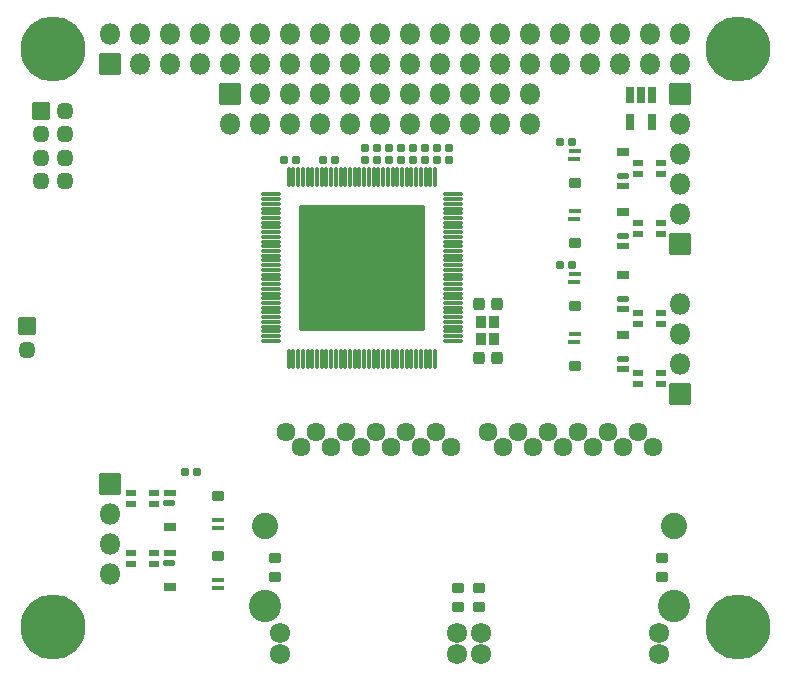
<source format=gbs>
%TF.GenerationSoftware,KiCad,Pcbnew,7.0.1-0*%
%TF.CreationDate,2023-07-11T12:02:19-05:00*%
%TF.ProjectId,little_switch,6c697474-6c65-45f7-9377-697463682e6b,2*%
%TF.SameCoordinates,PX4221330PY3d0af40*%
%TF.FileFunction,Soldermask,Bot*%
%TF.FilePolarity,Negative*%
%FSLAX46Y46*%
G04 Gerber Fmt 4.6, Leading zero omitted, Abs format (unit mm)*
G04 Created by KiCad (PCBNEW 7.0.1-0) date 2023-07-11 12:02:19*
%MOMM*%
%LPD*%
G01*
G04 APERTURE LIST*
G04 Aperture macros list*
%AMRoundRect*
0 Rectangle with rounded corners*
0 $1 Rounding radius*
0 $2 $3 $4 $5 $6 $7 $8 $9 X,Y pos of 4 corners*
0 Add a 4 corners polygon primitive as box body*
4,1,4,$2,$3,$4,$5,$6,$7,$8,$9,$2,$3,0*
0 Add four circle primitives for the rounded corners*
1,1,$1+$1,$2,$3*
1,1,$1+$1,$4,$5*
1,1,$1+$1,$6,$7*
1,1,$1+$1,$8,$9*
0 Add four rect primitives between the rounded corners*
20,1,$1+$1,$2,$3,$4,$5,0*
20,1,$1+$1,$4,$5,$6,$7,0*
20,1,$1+$1,$6,$7,$8,$9,0*
20,1,$1+$1,$8,$9,$2,$3,0*%
G04 Aperture macros list end*
%ADD10RoundRect,0.050000X0.850000X0.850000X-0.850000X0.850000X-0.850000X-0.850000X0.850000X-0.850000X0*%
%ADD11O,1.800000X1.800000*%
%ADD12RoundRect,0.050000X-0.675000X-0.675000X0.675000X-0.675000X0.675000X0.675000X-0.675000X0.675000X0*%
%ADD13O,1.450000X1.450000*%
%ADD14RoundRect,0.050000X0.850000X-0.850000X0.850000X0.850000X-0.850000X0.850000X-0.850000X-0.850000X0*%
%ADD15RoundRect,0.050000X-0.850000X-0.850000X0.850000X-0.850000X0.850000X0.850000X-0.850000X0.850000X0*%
%ADD16C,5.500000*%
%ADD17C,2.730000*%
%ADD18C,2.220000*%
%ADD19C,1.720000*%
%ADD20C,1.610000*%
%ADD21RoundRect,0.050000X0.337500X0.237500X-0.337500X0.237500X-0.337500X-0.237500X0.337500X-0.237500X0*%
%ADD22RoundRect,0.050000X-0.480000X-0.135000X0.480000X-0.135000X0.480000X0.135000X-0.480000X0.135000X0*%
%ADD23RoundRect,0.050000X-0.425000X-0.140000X0.425000X-0.140000X0.425000X0.140000X-0.425000X0.140000X0*%
%ADD24RoundRect,0.050000X-0.450000X-0.192500X0.450000X-0.192500X0.450000X0.192500X-0.450000X0.192500X0*%
%ADD25RoundRect,0.050000X-0.475000X-0.250000X0.475000X-0.250000X0.475000X0.250000X-0.475000X0.250000X0*%
%ADD26RoundRect,0.050000X-0.425000X-0.170000X0.425000X-0.170000X0.425000X0.170000X-0.425000X0.170000X0*%
%ADD27RoundRect,0.050000X-0.485000X-0.165000X0.485000X-0.165000X0.485000X0.165000X-0.485000X0.165000X0*%
%ADD28RoundRect,0.190000X0.140000X0.170000X-0.140000X0.170000X-0.140000X-0.170000X0.140000X-0.170000X0*%
%ADD29RoundRect,0.185000X-0.185000X0.135000X-0.185000X-0.135000X0.185000X-0.135000X0.185000X0.135000X0*%
%ADD30RoundRect,0.050000X-0.337500X-0.237500X0.337500X-0.237500X0.337500X0.237500X-0.337500X0.237500X0*%
%ADD31RoundRect,0.185000X-0.135000X-0.185000X0.135000X-0.185000X0.135000X0.185000X-0.135000X0.185000X0*%
%ADD32RoundRect,0.250000X0.275000X-0.200000X0.275000X0.200000X-0.275000X0.200000X-0.275000X-0.200000X0*%
%ADD33RoundRect,0.050000X0.100000X-0.770000X0.100000X0.770000X-0.100000X0.770000X-0.100000X-0.770000X0*%
%ADD34RoundRect,0.050000X-0.770000X-0.100000X0.770000X-0.100000X0.770000X0.100000X-0.770000X0.100000X0*%
%ADD35RoundRect,0.050000X-5.250000X-5.250000X5.250000X-5.250000X5.250000X5.250000X-5.250000X5.250000X0*%
%ADD36RoundRect,0.190000X-0.140000X-0.170000X0.140000X-0.170000X0.140000X0.170000X-0.140000X0.170000X0*%
%ADD37RoundRect,0.275000X0.225000X0.250000X-0.225000X0.250000X-0.225000X-0.250000X0.225000X-0.250000X0*%
%ADD38RoundRect,0.050000X0.400000X-0.450000X0.400000X0.450000X-0.400000X0.450000X-0.400000X-0.450000X0*%
%ADD39RoundRect,0.050000X0.480000X0.135000X-0.480000X0.135000X-0.480000X-0.135000X0.480000X-0.135000X0*%
%ADD40RoundRect,0.050000X0.425000X0.140000X-0.425000X0.140000X-0.425000X-0.140000X0.425000X-0.140000X0*%
%ADD41RoundRect,0.050000X0.450000X0.192500X-0.450000X0.192500X-0.450000X-0.192500X0.450000X-0.192500X0*%
%ADD42RoundRect,0.050000X0.475000X0.250000X-0.475000X0.250000X-0.475000X-0.250000X0.475000X-0.250000X0*%
%ADD43RoundRect,0.050000X0.425000X0.170000X-0.425000X0.170000X-0.425000X-0.170000X0.425000X-0.170000X0*%
%ADD44RoundRect,0.050000X0.485000X0.165000X-0.485000X0.165000X-0.485000X-0.165000X0.485000X-0.165000X0*%
%ADD45RoundRect,0.275000X-0.225000X-0.250000X0.225000X-0.250000X0.225000X0.250000X-0.225000X0.250000X0*%
%ADD46RoundRect,0.200000X-0.150000X0.512500X-0.150000X-0.512500X0.150000X-0.512500X0.150000X0.512500X0*%
G04 APERTURE END LIST*
D10*
%TO.C,J6*%
X53129993Y-29210000D03*
D11*
X53129993Y-26670000D03*
X53129993Y-24130000D03*
X53129993Y-21590000D03*
%TD*%
D12*
%TO.C,J2*%
X-999998Y-5250002D03*
D13*
X1000002Y-5250002D03*
X-999998Y-7250002D03*
X1000002Y-7250002D03*
X-999998Y-9250002D03*
X1000002Y-9250002D03*
X-999998Y-11250002D03*
X1000002Y-11250002D03*
%TD*%
D12*
%TO.C,J9*%
X-2159000Y-23511000D03*
D13*
X-2159000Y-25511000D03*
%TD*%
D14*
%TO.C,J7*%
X15029993Y-3810000D03*
D11*
X15029993Y-6350000D03*
X17569993Y-3810000D03*
X17569993Y-6350000D03*
X20109993Y-3810000D03*
X20109993Y-6350000D03*
X22649993Y-3810000D03*
X22649993Y-6350000D03*
X25189993Y-3810000D03*
X25189993Y-6350000D03*
X27729993Y-3810000D03*
X27729993Y-6350000D03*
X30269993Y-3810000D03*
X30269993Y-6350000D03*
X32809993Y-3810000D03*
X32809993Y-6350000D03*
X35349993Y-3810000D03*
X35349993Y-6350000D03*
X37889993Y-3810000D03*
X37889993Y-6350000D03*
X40429993Y-3810000D03*
X40429993Y-6350000D03*
%TD*%
D15*
%TO.C,J4*%
X4869993Y-36830000D03*
D11*
X4869993Y-39370000D03*
X4869993Y-41910000D03*
X4869993Y-44450000D03*
%TD*%
D14*
%TO.C,J1*%
X4870000Y-1270000D03*
D11*
X4870000Y1270000D03*
X7410000Y-1270000D03*
X7410000Y1270000D03*
X9950000Y-1270000D03*
X9950000Y1270000D03*
X12490000Y-1270000D03*
X12490000Y1270000D03*
X15030000Y-1270000D03*
X15030000Y1270000D03*
X17570000Y-1270000D03*
X17570000Y1270000D03*
X20110000Y-1270000D03*
X20110000Y1270000D03*
X22650000Y-1270000D03*
X22650000Y1270000D03*
X25190000Y-1270000D03*
X25190000Y1270000D03*
X27730000Y-1270000D03*
X27730000Y1270000D03*
X30270000Y-1270000D03*
X30270000Y1270000D03*
X32810000Y-1270000D03*
X32810000Y1270000D03*
X35350000Y-1270000D03*
X35350000Y1270000D03*
X37890000Y-1270000D03*
X37890000Y1270000D03*
X40430000Y-1270000D03*
X40430000Y1270000D03*
X42970000Y-1270000D03*
X42970000Y1270000D03*
X45510000Y-1270000D03*
X45510000Y1270000D03*
X48050000Y-1270000D03*
X48050000Y1270000D03*
X50590000Y-1270000D03*
X50590000Y1270000D03*
X53130000Y-1270000D03*
X53130000Y1270000D03*
%TD*%
D10*
%TO.C,J5*%
X53129993Y-16510000D03*
D11*
X53129993Y-13970000D03*
X53129993Y-11430000D03*
X53129993Y-8890000D03*
%TD*%
D16*
%TO.C,H1*%
X0Y0D03*
%TD*%
%TO.C,H2*%
X58000000Y0D03*
%TD*%
D17*
%TO.C,J3*%
X52575000Y-47220000D03*
X17925000Y-47220000D03*
D18*
X52575000Y-40460000D03*
X17925000Y-40460000D03*
D19*
X36265000Y-49450000D03*
X19195000Y-49450000D03*
X36265000Y-51230000D03*
X19195000Y-51230000D03*
X51305000Y-49450000D03*
X34235000Y-49450000D03*
X51305000Y-51230000D03*
X34235000Y-51230000D03*
D20*
X50770000Y-33750000D03*
X33700000Y-33750000D03*
X49500000Y-32480000D03*
X32430000Y-32480000D03*
X48230000Y-33750000D03*
X31160000Y-33750000D03*
X46960000Y-32480000D03*
X29890000Y-32480000D03*
X45690000Y-33750000D03*
X28620000Y-33750000D03*
X44420000Y-32480000D03*
X27350000Y-32480000D03*
X43150000Y-33750000D03*
X26080000Y-33750000D03*
X41880000Y-32480000D03*
X24810000Y-32480000D03*
X40610000Y-33750000D03*
X23540000Y-33750000D03*
X39340000Y-32480000D03*
X22270000Y-32480000D03*
X38070000Y-33750000D03*
X21000000Y-33750000D03*
X36800000Y-32480000D03*
X19730000Y-32480000D03*
%TD*%
D16*
%TO.C,H3*%
X0Y-49000000D03*
%TD*%
%TO.C,H4*%
X58000000Y-49000000D03*
%TD*%
D21*
%TO.C,FL1*%
X8582500Y-42717500D03*
X6657500Y-42717500D03*
X6657500Y-43642500D03*
X8582500Y-43642500D03*
%TD*%
D22*
%TO.C,TR5*%
X44208000Y-19094000D03*
D23*
X44153000Y-19739000D03*
D24*
X44178000Y-21611500D03*
X44178000Y-21996500D03*
D25*
X48253000Y-19209000D03*
D26*
X48303000Y-21239000D03*
D27*
X48243000Y-22024000D03*
%TD*%
D28*
%TO.C,C7*%
X12164000Y-35814000D03*
X11204000Y-35814000D03*
%TD*%
D29*
%TO.C,R18*%
X29464000Y-8380000D03*
X29464000Y-9400000D03*
%TD*%
%TO.C,R19*%
X30480000Y-8380000D03*
X30480000Y-9400000D03*
%TD*%
D28*
%TO.C,C47*%
X23848000Y-9398000D03*
X22888000Y-9398000D03*
%TD*%
D30*
%TO.C,FL4*%
X49583500Y-15702500D03*
X51508500Y-15702500D03*
X51508500Y-14777500D03*
X49583500Y-14777500D03*
%TD*%
D22*
%TO.C,TR3*%
X44208000Y-8680000D03*
D23*
X44153000Y-9325000D03*
D24*
X44178000Y-11197500D03*
X44178000Y-11582500D03*
D25*
X48253000Y-8795000D03*
D26*
X48303000Y-10825000D03*
D27*
X48243000Y-11610000D03*
%TD*%
D31*
%TO.C,R23*%
X19556000Y-9398000D03*
X20576000Y-9398000D03*
%TD*%
D32*
%TO.C,R8*%
X34290000Y-47307000D03*
X34290000Y-45657000D03*
%TD*%
D33*
%TO.C,U1*%
X32362000Y-26242000D03*
X31962000Y-26242000D03*
X31562000Y-26242000D03*
X31162000Y-26242000D03*
X30762000Y-26242000D03*
X30362000Y-26242000D03*
X29962000Y-26242000D03*
X29562000Y-26242000D03*
X29162000Y-26242000D03*
X28762000Y-26242000D03*
X28362000Y-26242000D03*
X27962000Y-26242000D03*
X27562000Y-26242000D03*
X27162000Y-26242000D03*
X26762000Y-26242000D03*
X26362000Y-26242000D03*
X25962000Y-26242000D03*
X25562000Y-26242000D03*
X25162000Y-26242000D03*
X24762000Y-26242000D03*
X24362000Y-26242000D03*
X23962000Y-26242000D03*
X23562000Y-26242000D03*
X23162000Y-26242000D03*
X22762000Y-26242000D03*
X22362000Y-26242000D03*
X21962000Y-26242000D03*
X21562000Y-26242000D03*
X21162000Y-26242000D03*
X20762000Y-26242000D03*
X20362000Y-26242000D03*
X19962000Y-26242000D03*
D34*
X18462000Y-24742000D03*
X18462000Y-24342000D03*
X18462000Y-23942000D03*
X18462000Y-23542000D03*
X18462000Y-23142000D03*
X18462000Y-22742000D03*
X18462000Y-22342000D03*
X18462000Y-21942000D03*
X18462000Y-21542000D03*
X18462000Y-21142000D03*
X18462000Y-20742000D03*
X18462000Y-20342000D03*
X18462000Y-19942000D03*
X18462000Y-19542000D03*
X18462000Y-19142000D03*
X18462000Y-18742000D03*
X18462000Y-18342000D03*
X18462000Y-17942000D03*
X18462000Y-17542000D03*
X18462000Y-17142000D03*
X18462000Y-16742000D03*
X18462000Y-16342000D03*
X18462000Y-15942000D03*
X18462000Y-15542000D03*
X18462000Y-15142000D03*
X18462000Y-14742000D03*
X18462000Y-14342000D03*
X18462000Y-13942000D03*
X18462000Y-13542000D03*
X18462000Y-13142000D03*
X18462000Y-12742000D03*
X18462000Y-12342000D03*
D33*
X19962000Y-10842000D03*
X20362000Y-10842000D03*
X20762000Y-10842000D03*
X21162000Y-10842000D03*
X21562000Y-10842000D03*
X21962000Y-10842000D03*
X22362000Y-10842000D03*
X22762000Y-10842000D03*
X23162000Y-10842000D03*
X23562000Y-10842000D03*
X23962000Y-10842000D03*
X24362000Y-10842000D03*
X24762000Y-10842000D03*
X25162000Y-10842000D03*
X25562000Y-10842000D03*
X25962000Y-10842000D03*
X26362000Y-10842000D03*
X26762000Y-10842000D03*
X27162000Y-10842000D03*
X27562000Y-10842000D03*
X27962000Y-10842000D03*
X28362000Y-10842000D03*
X28762000Y-10842000D03*
X29162000Y-10842000D03*
X29562000Y-10842000D03*
X29962000Y-10842000D03*
X30362000Y-10842000D03*
X30762000Y-10842000D03*
X31162000Y-10842000D03*
X31562000Y-10842000D03*
X31962000Y-10842000D03*
X32362000Y-10842000D03*
D34*
X33862000Y-12342000D03*
X33862000Y-12742000D03*
X33862000Y-13142000D03*
X33862000Y-13542000D03*
X33862000Y-13942000D03*
X33862000Y-14342000D03*
X33862000Y-14742000D03*
X33862000Y-15142000D03*
X33862000Y-15542000D03*
X33862000Y-15942000D03*
X33862000Y-16342000D03*
X33862000Y-16742000D03*
X33862000Y-17142000D03*
X33862000Y-17542000D03*
X33862000Y-17942000D03*
X33862000Y-18342000D03*
X33862000Y-18742000D03*
X33862000Y-19142000D03*
X33862000Y-19542000D03*
X33862000Y-19942000D03*
X33862000Y-20342000D03*
X33862000Y-20742000D03*
X33862000Y-21142000D03*
X33862000Y-21542000D03*
X33862000Y-21942000D03*
X33862000Y-22342000D03*
X33862000Y-22742000D03*
X33862000Y-23142000D03*
X33862000Y-23542000D03*
X33862000Y-23942000D03*
X33862000Y-24342000D03*
X33862000Y-24742000D03*
D35*
X26162000Y-18542000D03*
%TD*%
D32*
%TO.C,R7*%
X18796000Y-44767000D03*
X18796000Y-43117000D03*
%TD*%
D29*
%TO.C,R17*%
X28448000Y-8380000D03*
X28448000Y-9400000D03*
%TD*%
D36*
%TO.C,C9*%
X42954000Y-18288000D03*
X43914000Y-18288000D03*
%TD*%
D10*
%TO.C,J8*%
X53061006Y-3829990D03*
D11*
X53061006Y-6369990D03*
%TD*%
D21*
%TO.C,FL2*%
X8582500Y-37637500D03*
X6657500Y-37637500D03*
X6657500Y-38562500D03*
X8582500Y-38562500D03*
%TD*%
D37*
%TO.C,C48*%
X37605000Y-26162000D03*
X36055000Y-26162000D03*
%TD*%
D38*
%TO.C,Y1*%
X36280000Y-24576000D03*
X36280000Y-23176000D03*
X37380000Y-23176000D03*
X37380000Y-24576000D03*
%TD*%
D30*
%TO.C,FL5*%
X49583500Y-23322500D03*
X51508500Y-23322500D03*
X51508500Y-22397500D03*
X49583500Y-22397500D03*
%TD*%
D29*
%TO.C,R16*%
X27432000Y-8380000D03*
X27432000Y-9400000D03*
%TD*%
D22*
%TO.C,TR6*%
X44208000Y-24174000D03*
D23*
X44153000Y-24819000D03*
D24*
X44178000Y-26691500D03*
X44178000Y-27076500D03*
D25*
X48253000Y-24289000D03*
D26*
X48303000Y-26319000D03*
D27*
X48243000Y-27104000D03*
%TD*%
D29*
%TO.C,R20*%
X31496000Y-8380000D03*
X31496000Y-9400000D03*
%TD*%
D39*
%TO.C,TR1*%
X13958000Y-45676000D03*
D40*
X14013000Y-45031000D03*
D41*
X13988000Y-43158500D03*
X13988000Y-42773500D03*
D42*
X9913000Y-45561000D03*
D43*
X9863000Y-43531000D03*
D44*
X9923000Y-42746000D03*
%TD*%
D29*
%TO.C,R15*%
X26416000Y-8380000D03*
X26416000Y-9400000D03*
%TD*%
D36*
%TO.C,C8*%
X42954000Y-7874000D03*
X43914000Y-7874000D03*
%TD*%
D29*
%TO.C,R21*%
X32512000Y-8380000D03*
X32512000Y-9400000D03*
%TD*%
D30*
%TO.C,FL3*%
X49583500Y-10622500D03*
X51508500Y-10622500D03*
X51508500Y-9697500D03*
X49583500Y-9697500D03*
%TD*%
D32*
%TO.C,R6*%
X51562000Y-44767000D03*
X51562000Y-43117000D03*
%TD*%
D29*
%TO.C,R22*%
X33528000Y-8380000D03*
X33528000Y-9400000D03*
%TD*%
D45*
%TO.C,C51*%
X36055000Y-21590000D03*
X37605000Y-21590000D03*
%TD*%
D30*
%TO.C,FL6*%
X49583500Y-28402500D03*
X51508500Y-28402500D03*
X51508500Y-27477500D03*
X49583500Y-27477500D03*
%TD*%
D22*
%TO.C,TR4*%
X44208000Y-13760000D03*
D23*
X44153000Y-14405000D03*
D24*
X44178000Y-16277500D03*
X44178000Y-16662500D03*
D25*
X48253000Y-13875000D03*
D26*
X48303000Y-15905000D03*
D27*
X48243000Y-16690000D03*
%TD*%
D39*
%TO.C,TR2*%
X13958000Y-40596000D03*
D40*
X14013000Y-39951000D03*
D41*
X13988000Y-38078500D03*
X13988000Y-37693500D03*
D42*
X9913000Y-40481000D03*
D43*
X9863000Y-38451000D03*
D44*
X9923000Y-37666000D03*
%TD*%
D46*
%TO.C,U2*%
X48834000Y-3942500D03*
X49784000Y-3942500D03*
X50734000Y-3942500D03*
X50734000Y-6217500D03*
X48834000Y-6217500D03*
%TD*%
D32*
%TO.C,R5*%
X36068000Y-47307000D03*
X36068000Y-45657000D03*
%TD*%
M02*

</source>
